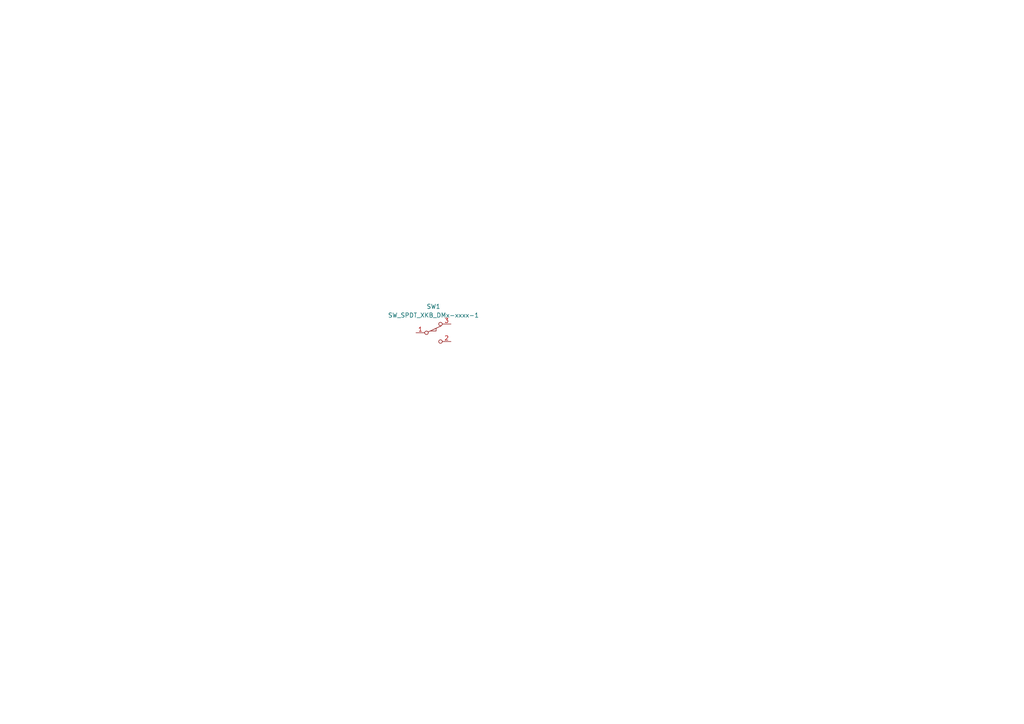
<source format=kicad_sch>
(kicad_sch (version 20231120) (generator "eeschema") (generator_version "8.0")
  (paper "A4")
  (lib_symbols
    (symbol "Switch:SW_SPDT_XKB_DMx-xxxx-1" (pin_names (offset 0) hide)
      (property "Reference" "SW" (at 0 4.318 0))
      (property "Value" "SW_SPDT_XKB_DMx-xxxx-1" (at 0 -5.588 0))
      (symbol "SW_SPDT_XKB_DMx-xxxx-1_1_1"
        (circle (center -2.032 0) (radius 0.508))
        (polyline (pts (xy -1.524 0.254) (xy 2.286 2.032)))
        (polyline (pts (xy -0.762 0.508) (xy 0.762 0.508) (xy 0.762 1.27)))
        (circle (center 2.032 -2.54) (radius 0.508))
        (circle (center 2.032 2.54) (radius 0.508))
        (pin passive line (at -5.08 0 0) (length 2.54) (name "A") (number "1"))
        (pin passive line (at 5.08 -2.54 180) (length 2.54) (name "B") (number "2"))
        (pin passive line (at 5.08 2.54 180) (length 2.54) (name "C") (number "3"))
      )
    )
  )
  (symbol (lib_id "Switch:SW_SPDT_XKB_DMx-xxxx-1") (at 125.73 96.52 0) (unit 1)
    (property "Reference" "SW1" (at 125.73 88.9 0))
    (property "Value" "SW_SPDT_XKB_DMx-xxxx-1" (at 125.73 91.44 0))
    (property "Footprint" "Button_Switch_THT:SW_XKB_DM1-16UD-1" (effects (hide yes)))
    (property "Description" "Position switch" (effects (hide yes)))
  )
)
</source>
